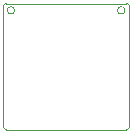
<source format=gbr>
G04 #@! TF.GenerationSoftware,KiCad,Pcbnew,5.1.4-e60b266~84~ubuntu18.04.1*
G04 #@! TF.CreationDate,2019-09-18T19:52:44+03:00*
G04 #@! TF.ProjectId,magnetometrisormi_py_ristetty,6d61676e-6574-46f6-9d65-747269736f72,rev?*
G04 #@! TF.SameCoordinates,Original*
G04 #@! TF.FileFunction,Profile,NP*
%FSLAX46Y46*%
G04 Gerber Fmt 4.6, Leading zero omitted, Abs format (unit mm)*
G04 Created by KiCad (PCBNEW 5.1.4-e60b266~84~ubuntu18.04.1) date 2019-09-18 19:52:44*
%MOMM*%
%LPD*%
G04 APERTURE LIST*
%ADD10C,0.050000*%
G04 APERTURE END LIST*
D10*
X110680500Y-75247500D02*
G75*
G03X110680500Y-75247500I-317500J0D01*
G01*
X120015000Y-75247500D02*
G75*
G03X120015000Y-75247500I-317500J0D01*
G01*
X109982000Y-74676000D02*
X120142000Y-74676000D01*
X109728000Y-74930000D02*
X109728000Y-85090000D01*
X120142000Y-85344000D02*
X109982000Y-85344000D01*
X120396000Y-74930000D02*
X120396000Y-85090000D01*
X120142000Y-74676000D02*
G75*
G02X120396000Y-74930000I0J-254000D01*
G01*
X109728000Y-74930000D02*
G75*
G02X109982000Y-74676000I254000J0D01*
G01*
X109982000Y-85344000D02*
G75*
G02X109728000Y-85090000I0J254000D01*
G01*
X120396000Y-85090000D02*
G75*
G02X120142000Y-85344000I-254000J0D01*
G01*
M02*

</source>
